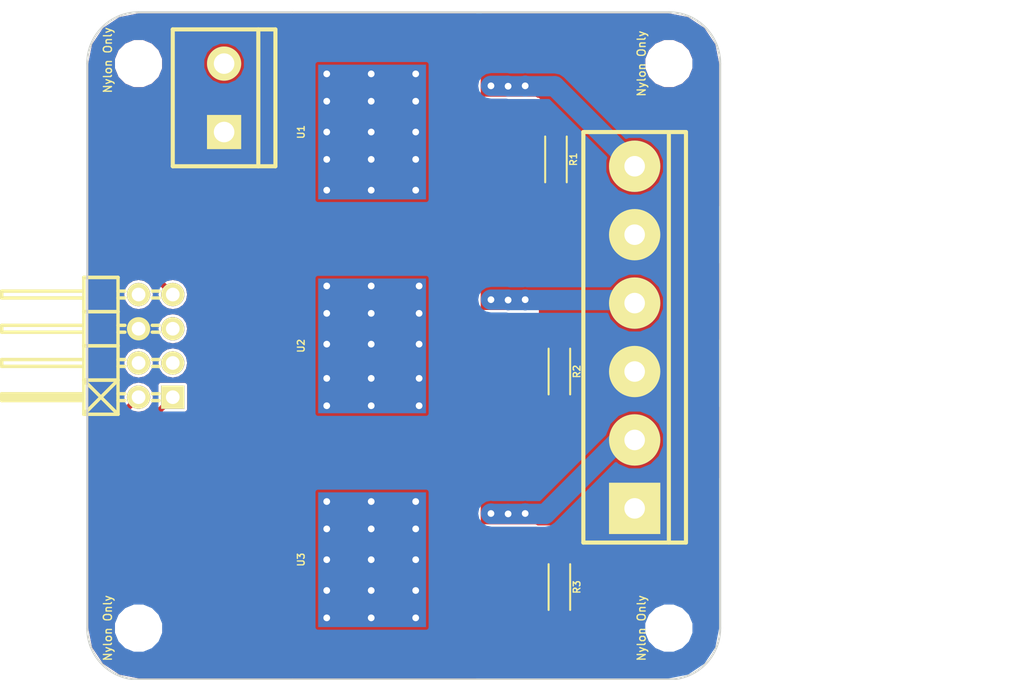
<source format=kicad_pcb>
(kicad_pcb (version 4) (host pcbnew "(2014-08-05 BZR 5054)-product")

  (general
    (links 25)
    (no_connects 0)
    (area 102.540999 76.632999 149.681001 126.313001)
    (thickness 1.6)
    (drawings 11)
    (tracks 187)
    (zones 0)
    (modules 13)
    (nets 12)
  )

  (page A4)
  (layers
    (0 F.Cu signal)
    (31 B.Cu signal)
    (32 B.Adhes user hide)
    (33 F.Adhes user hide)
    (34 B.Paste user)
    (35 F.Paste user)
    (36 B.SilkS user hide)
    (37 F.SilkS user hide)
    (38 B.Mask user)
    (39 F.Mask user)
    (40 Dwgs.User user)
    (41 Cmts.User user)
    (42 Eco1.User user)
    (43 Eco2.User user)
    (44 Edge.Cuts user)
    (45 Margin user)
    (46 B.CrtYd user)
    (47 F.CrtYd user)
    (48 B.Fab user)
    (49 F.Fab user)
  )

  (setup
    (last_trace_width 0.4318)
    (user_trace_width 0.4)
    (user_trace_width 1)
    (user_trace_width 1.5)
    (user_trace_width 1.7)
    (trace_clearance 0.2)
    (zone_clearance 0)
    (zone_45_only yes)
    (trace_min 0.2)
    (segment_width 0.2)
    (edge_width 0.15)
    (via_size 1)
    (via_drill 0.5)
    (via_min_size 0.889)
    (via_min_drill 0.3)
    (uvia_size 0.508)
    (uvia_drill 0.127)
    (uvias_allowed no)
    (uvia_min_size 0.508)
    (uvia_min_drill 0.127)
    (pcb_text_width 0.3)
    (pcb_text_size 1.5 1.5)
    (mod_edge_width 0.15)
    (mod_text_size 0.5 0.5)
    (mod_text_width 0.1)
    (pad_size 10 8)
    (pad_drill 0)
    (pad_to_mask_clearance 0.2)
    (aux_axis_origin 102.616 126.238)
    (grid_origin 102.616 126.238)
    (visible_elements FFFFFF7F)
    (pcbplotparams
      (layerselection 0x000f0_80000001)
      (usegerberextensions false)
      (excludeedgelayer true)
      (linewidth 0.150000)
      (plotframeref false)
      (viasonmask false)
      (mode 1)
      (useauxorigin false)
      (hpglpennumber 1)
      (hpglpenspeed 20)
      (hpglpendiameter 15)
      (hpglpenoverlay 2)
      (psnegative false)
      (psa4output false)
      (plotreference true)
      (plotvalue true)
      (plotinvisibletext false)
      (padsonsilk false)
      (subtractmaskfromsilk false)
      (outputformat 1)
      (mirror false)
      (drillshape 0)
      (scaleselection 1)
      (outputdirectory Out/))
  )

  (net 0 "")
  (net 1 GND)
  (net 2 /PWM1)
  (net 3 /PWM2)
  (net 4 /PWM0)
  (net 5 +24V)
  (net 6 "Net-(P3-Pad2)")
  (net 7 "Net-(P3-Pad6)")
  (net 8 "Net-(R1-Pad1)")
  (net 9 "Net-(R2-Pad1)")
  (net 10 "Net-(R3-Pad1)")
  (net 11 "Net-(P3-Pad4)")

  (net_class Default "This is the default net class."
    (clearance 0.2)
    (trace_width 0.4318)
    (via_dia 1)
    (via_drill 0.5)
    (uvia_dia 0.508)
    (uvia_drill 0.127)
    (add_net +24V)
    (add_net /PWM0)
    (add_net /PWM1)
    (add_net /PWM2)
    (add_net GND)
    (add_net "Net-(P3-Pad2)")
    (add_net "Net-(P3-Pad4)")
    (add_net "Net-(P3-Pad6)")
    (add_net "Net-(R1-Pad1)")
    (add_net "Net-(R2-Pad1)")
    (add_net "Net-(R3-Pad1)")
  )

  (module Pin_Headers:Pin_Header_Angled_2x04 (layer F.Cu) (tedit 53F627CA) (tstamp 53F627A1)
    (at 107.696 101.473 90)
    (descr "1 pin")
    (tags "CONN DEV")
    (path /53F628B1)
    (fp_text reference P1 (at 0 3.81 90) (layer F.SilkS) hide
      (effects (font (size 1.27 1.27) (thickness 0.2032)))
    )
    (fp_text value CONN_4X2 (at 0 0 90) (layer F.SilkS) hide
      (effects (font (size 1.27 1.27) (thickness 0.2032)))
    )
    (fp_line (start 4.064 -0.254) (end 4.064 0.254) (layer F.SilkS) (width 0.254))
    (fp_line (start 3.556 -0.254) (end 3.556 0.254) (layer F.SilkS) (width 0.254))
    (fp_line (start 1.524 -0.254) (end 1.524 0.254) (layer F.SilkS) (width 0.254))
    (fp_line (start 1.016 -0.254) (end 1.016 0.254) (layer F.SilkS) (width 0.254))
    (fp_line (start -1.016 -0.254) (end -1.016 0.254) (layer F.SilkS) (width 0.254))
    (fp_line (start -1.524 -0.254) (end -1.524 0.254) (layer F.SilkS) (width 0.254))
    (fp_line (start -3.556 -0.254) (end -3.556 0.254) (layer F.SilkS) (width 0.254))
    (fp_line (start -4.064 -0.254) (end -4.064 0.254) (layer F.SilkS) (width 0.254))
    (fp_line (start -4.064 -2.794) (end -4.064 -2.286) (layer F.SilkS) (width 0.254))
    (fp_line (start -3.556 -2.794) (end -3.556 -2.286) (layer F.SilkS) (width 0.254))
    (fp_line (start -1.524 -2.794) (end -1.524 -2.286) (layer F.SilkS) (width 0.254))
    (fp_line (start -1.016 -2.794) (end -1.016 -2.286) (layer F.SilkS) (width 0.254))
    (fp_line (start 4.064 -2.794) (end 4.064 -2.286) (layer F.SilkS) (width 0.254))
    (fp_line (start 3.556 -2.794) (end 3.556 -2.286) (layer F.SilkS) (width 0.254))
    (fp_line (start 1.524 -2.794) (end 1.524 -2.286) (layer F.SilkS) (width 0.254))
    (fp_line (start 1.016 -2.794) (end 1.016 -2.286) (layer F.SilkS) (width 0.254))
    (fp_line (start -5.08 -2.794) (end -2.54 -5.334) (layer F.SilkS) (width 0.254))
    (fp_line (start -5.08 -5.334) (end -2.54 -2.794) (layer F.SilkS) (width 0.254))
    (fp_line (start -3.937 -5.334) (end -3.937 -11.303) (layer F.SilkS) (width 0.254))
    (fp_line (start -3.937 -11.303) (end -3.683 -11.303) (layer F.SilkS) (width 0.254))
    (fp_line (start -3.683 -11.303) (end -3.683 -5.461) (layer F.SilkS) (width 0.254))
    (fp_line (start -3.683 -5.461) (end -3.81 -5.461) (layer F.SilkS) (width 0.254))
    (fp_line (start -3.81 -5.461) (end -3.81 -11.303) (layer F.SilkS) (width 0.254))
    (fp_line (start 5.08 -2.794) (end 5.08 -5.334) (layer F.SilkS) (width 0.254))
    (fp_line (start 0 -2.794) (end 0 -5.334) (layer F.SilkS) (width 0.254))
    (fp_line (start 0 -2.794) (end 2.54 -2.794) (layer F.SilkS) (width 0.254))
    (fp_line (start 2.54 -2.794) (end 2.54 -5.334) (layer F.SilkS) (width 0.254))
    (fp_line (start 1.016 -5.334) (end 1.016 -11.43) (layer F.SilkS) (width 0.254))
    (fp_line (start 1.016 -11.43) (end 1.524 -11.43) (layer F.SilkS) (width 0.254))
    (fp_line (start 1.524 -11.43) (end 1.524 -5.334) (layer F.SilkS) (width 0.254))
    (fp_line (start 2.54 -5.334) (end 0 -5.334) (layer F.SilkS) (width 0.254))
    (fp_line (start 5.08 -5.334) (end 2.54 -5.334) (layer F.SilkS) (width 0.254))
    (fp_line (start 4.064 -11.43) (end 4.064 -5.334) (layer F.SilkS) (width 0.254))
    (fp_line (start 3.556 -11.43) (end 4.064 -11.43) (layer F.SilkS) (width 0.254))
    (fp_line (start 3.556 -5.334) (end 3.556 -11.43) (layer F.SilkS) (width 0.254))
    (fp_line (start 5.08 -2.794) (end 5.08 -5.334) (layer F.SilkS) (width 0.254))
    (fp_line (start 2.54 -2.794) (end 5.08 -2.794) (layer F.SilkS) (width 0.254))
    (fp_line (start 2.54 -2.794) (end 2.54 -5.334) (layer F.SilkS) (width 0.254))
    (fp_line (start -2.54 -2.794) (end -2.54 -5.334) (layer F.SilkS) (width 0.254))
    (fp_line (start -2.54 -2.794) (end 0 -2.794) (layer F.SilkS) (width 0.254))
    (fp_line (start 0 -2.794) (end 0 -5.334) (layer F.SilkS) (width 0.254))
    (fp_line (start -1.524 -5.334) (end -1.524 -11.43) (layer F.SilkS) (width 0.254))
    (fp_line (start -1.524 -11.43) (end -1.016 -11.43) (layer F.SilkS) (width 0.254))
    (fp_line (start -1.016 -11.43) (end -1.016 -5.334) (layer F.SilkS) (width 0.254))
    (fp_line (start 0 -5.334) (end -2.54 -5.334) (layer F.SilkS) (width 0.254))
    (fp_line (start -2.54 -5.334) (end -5.08 -5.334) (layer F.SilkS) (width 0.254))
    (fp_line (start -3.556 -11.43) (end -3.556 -5.334) (layer F.SilkS) (width 0.254))
    (fp_line (start -4.064 -11.43) (end -3.556 -11.43) (layer F.SilkS) (width 0.254))
    (fp_line (start -4.064 -5.334) (end -4.064 -11.43) (layer F.SilkS) (width 0.254))
    (fp_line (start -2.54 -2.794) (end -2.54 -5.334) (layer F.SilkS) (width 0.254))
    (fp_line (start -5.08 -2.794) (end -2.54 -2.794) (layer F.SilkS) (width 0.254))
    (fp_line (start -5.08 -2.794) (end -5.08 -5.334) (layer F.SilkS) (width 0.254))
    (pad 1 thru_hole rect (at -3.81 1.27 90) (size 1.7272 1.7272) (drill 1.016) (layers *.Cu *.Mask F.SilkS)
      (net 2 /PWM1))
    (pad 2 thru_hole oval (at -3.81 -1.27 90) (size 1.7272 1.7272) (drill 1.016) (layers *.Cu *.Mask F.SilkS)
      (net 3 /PWM2))
    (pad 3 thru_hole oval (at -1.27 1.27 90) (size 1.7272 1.7272) (drill 1.016) (layers *.Cu *.Mask F.SilkS))
    (pad 4 thru_hole oval (at -1.27 -1.27 90) (size 1.7272 1.7272) (drill 1.016) (layers *.Cu *.Mask F.SilkS))
    (pad 5 thru_hole oval (at 1.27 1.27 90) (size 1.7272 1.7272) (drill 1.016) (layers *.Cu *.Mask F.SilkS))
    (pad 6 thru_hole oval (at 1.27 -1.27 90) (size 1.7272 1.7272) (drill 1.016) (layers *.Cu *.Mask F.SilkS)
      (net 1 GND))
    (pad 7 thru_hole oval (at 3.81 1.27 90) (size 1.7272 1.7272) (drill 1.016) (layers *.Cu *.Mask F.SilkS)
      (net 4 /PWM0))
    (pad 8 thru_hole oval (at 3.81 -1.27 90) (size 1.7272 1.7272) (drill 1.016) (layers *.Cu *.Mask F.SilkS))
    (model Pin_Headers/Pin_Header_Angled_2x04.wrl
      (at (xyz 0 0 0))
      (scale (xyz 1 1 1))
      (rotate (xyz 0 0 0))
    )
  )

  (module Connect:bornier2 (layer F.Cu) (tedit 53F627E3) (tstamp 53F627AC)
    (at 112.776 83.058 90)
    (descr "Bornier d'alimentation 2 pins")
    (tags DEV)
    (path /53F629AD)
    (fp_text reference P2 (at 0 -5.08 90) (layer F.SilkS) hide
      (effects (font (thickness 0.3048)))
    )
    (fp_text value CONN_2 (at 0 5.08 90) (layer F.SilkS) hide
      (effects (font (thickness 0.3048)))
    )
    (fp_line (start 5.08 2.54) (end -5.08 2.54) (layer F.SilkS) (width 0.3048))
    (fp_line (start 5.08 3.81) (end 5.08 -3.81) (layer F.SilkS) (width 0.3048))
    (fp_line (start 5.08 -3.81) (end -5.08 -3.81) (layer F.SilkS) (width 0.3048))
    (fp_line (start -5.08 -3.81) (end -5.08 3.81) (layer F.SilkS) (width 0.3048))
    (fp_line (start -5.08 3.81) (end 5.08 3.81) (layer F.SilkS) (width 0.3048))
    (pad 1 thru_hole rect (at -2.54 0 90) (size 2.54 2.54) (drill 1.524) (layers *.Cu *.Mask F.SilkS)
      (net 1 GND))
    (pad 2 thru_hole circle (at 2.54 0 90) (size 2.54 2.54) (drill 1.524) (layers *.Cu *.Mask F.SilkS)
      (net 5 +24V))
    (model Device/bornier_2.wrl
      (at (xyz 0 0 0))
      (scale (xyz 1 1 1))
      (rotate (xyz 0 0 0))
    )
  )

  (module Connect:bornier6 (layer F.Cu) (tedit 53F627D9) (tstamp 53F627BB)
    (at 143.256 100.838 90)
    (descr "Bornier d'alimentation 4 pins")
    (tags DEV)
    (path /53F63642)
    (fp_text reference P3 (at 1.27 -7.62 90) (layer F.SilkS) hide
      (effects (font (size 2.6162 1.59766) (thickness 0.3048)))
    )
    (fp_text value CONN_6 (at 0 7.62 90) (layer F.SilkS) hide
      (effects (font (size 3.05054 2.0955) (thickness 0.3048)))
    )
    (fp_line (start -15.24 -3.81) (end -15.24 3.81) (layer F.SilkS) (width 0.3048))
    (fp_line (start 15.24 3.81) (end 15.24 -3.81) (layer F.SilkS) (width 0.3048))
    (fp_line (start -15.24 2.54) (end 15.24 2.54) (layer F.SilkS) (width 0.3048))
    (fp_line (start -15.24 -3.81) (end 15.24 -3.81) (layer F.SilkS) (width 0.3048))
    (fp_line (start -15.24 3.81) (end 15.24 3.81) (layer F.SilkS) (width 0.3048))
    (pad 2 thru_hole circle (at -7.62 0 90) (size 3.81 3.81) (drill 1.524) (layers *.Cu *.Mask F.SilkS)
      (net 6 "Net-(P3-Pad2)"))
    (pad 3 thru_hole circle (at -2.54 0 90) (size 3.81 3.81) (drill 1.524) (layers *.Cu *.Mask F.SilkS)
      (net 1 GND))
    (pad 1 thru_hole rect (at -12.7 0 90) (size 3.81 3.81) (drill 1.524) (layers *.Cu *.Mask F.SilkS)
      (net 1 GND))
    (pad 4 thru_hole circle (at 2.54 0 90) (size 3.81 3.81) (drill 1.524) (layers *.Cu *.Mask F.SilkS)
      (net 11 "Net-(P3-Pad4)"))
    (pad 5 thru_hole circle (at 7.62 0 90) (size 3.81 3.81) (drill 1.524) (layers *.Cu *.Mask F.SilkS)
      (net 1 GND))
    (pad 6 thru_hole circle (at 12.7 0 90) (size 3.81 3.81) (drill 1.524) (layers *.Cu *.Mask F.SilkS)
      (net 7 "Net-(P3-Pad6)"))
    (model Device/bornier_6.wrl
      (at (xyz 0 0 0))
      (scale (xyz 1 1 1))
      (rotate (xyz 0 0 0))
    )
  )

  (module Resistors_SMD:R_0805_HandSoldering (layer F.Cu) (tedit 53F62752) (tstamp 53F62E1A)
    (at 137.414 87.63 270)
    (descr "Resistor, SMD, 0805, Hand soldering,")
    (tags "Resistor, SMD, 0805, Hand soldering,")
    (path /53F62CD9)
    (attr smd)
    (fp_text reference R1 (at 0 -1.3 270) (layer F.SilkS)
      (effects (font (size 0.5 0.5) (thickness 0.1)))
    )
    (fp_text value 1k (at 0 1.3 270) (layer F.SilkS) hide
      (effects (font (size 0.5 0.5) (thickness 0.1)))
    )
    (fp_line (start -1.7 0.8) (end 1.7 0.8) (layer F.SilkS) (width 0.15))
    (fp_line (start -1.7 -0.8) (end 1.7 -0.8) (layer F.SilkS) (width 0.15))
    (fp_circle (center 0 0) (end 0.15 0) (layer F.Adhes) (width 0.3))
    (pad 1 smd rect (at -1.30048 0 270) (size 1.50114 1.19888) (layers F.Cu F.Paste F.Mask)
      (net 8 "Net-(R1-Pad1)"))
    (pad 2 smd rect (at 1.30048 0 270) (size 1.50114 1.19888) (layers F.Cu F.Paste F.Mask)
      (net 1 GND))
  )

  (module Resistors_SMD:R_0805_HandSoldering (layer F.Cu) (tedit 53F62752) (tstamp 53F627CD)
    (at 137.668 103.378 270)
    (descr "Resistor, SMD, 0805, Hand soldering,")
    (tags "Resistor, SMD, 0805, Hand soldering,")
    (path /53F62DDB)
    (attr smd)
    (fp_text reference R2 (at 0 -1.3 270) (layer F.SilkS)
      (effects (font (size 0.5 0.5) (thickness 0.1)))
    )
    (fp_text value 1k (at 0 1.3 270) (layer F.SilkS) hide
      (effects (font (size 0.5 0.5) (thickness 0.1)))
    )
    (fp_line (start -1.7 0.8) (end 1.7 0.8) (layer F.SilkS) (width 0.15))
    (fp_line (start -1.7 -0.8) (end 1.7 -0.8) (layer F.SilkS) (width 0.15))
    (fp_circle (center 0 0) (end 0.15 0) (layer F.Adhes) (width 0.3))
    (pad 1 smd rect (at -1.30048 0 270) (size 1.50114 1.19888) (layers F.Cu F.Paste F.Mask)
      (net 9 "Net-(R2-Pad1)"))
    (pad 2 smd rect (at 1.30048 0 270) (size 1.50114 1.19888) (layers F.Cu F.Paste F.Mask)
      (net 1 GND))
  )

  (module Resistors_SMD:R_0805_HandSoldering (layer F.Cu) (tedit 53F62752) (tstamp 53F627D6)
    (at 137.668 119.38 270)
    (descr "Resistor, SMD, 0805, Hand soldering,")
    (tags "Resistor, SMD, 0805, Hand soldering,")
    (path /53F62E78)
    (attr smd)
    (fp_text reference R3 (at 0 -1.3 270) (layer F.SilkS)
      (effects (font (size 0.5 0.5) (thickness 0.1)))
    )
    (fp_text value 1k (at 0 1.3 270) (layer F.SilkS) hide
      (effects (font (size 0.5 0.5) (thickness 0.1)))
    )
    (fp_line (start -1.7 0.8) (end 1.7 0.8) (layer F.SilkS) (width 0.15))
    (fp_line (start -1.7 -0.8) (end 1.7 -0.8) (layer F.SilkS) (width 0.15))
    (fp_circle (center 0 0) (end 0.15 0) (layer F.Adhes) (width 0.3))
    (pad 1 smd rect (at -1.30048 0 270) (size 1.50114 1.19888) (layers F.Cu F.Paste F.Mask)
      (net 10 "Net-(R3-Pad1)"))
    (pad 2 smd rect (at 1.30048 0 270) (size 1.50114 1.19888) (layers F.Cu F.Paste F.Mask)
      (net 1 GND))
  )

  (module Local:MountingHole_3-1mm (layer F.Cu) (tedit 53EE379B) (tstamp 53EE30DF)
    (at 145.796 80.518)
    (descr "Mounting hole, Befestigungsbohrung, 3,5mm, No Annular, Kein Restring,")
    (tags "Mounting hole, Befestigungsbohrung, 3,5mm, No Annular, Kein Restring,")
    (fp_text reference "Nylon Only" (at -2.032 0 90) (layer F.SilkS)
      (effects (font (size 0.6 0.6) (thickness 0.1)))
    )
    (fp_text value 3-1mm (at 0 2.159) (layer F.SilkS) hide
      (effects (font (size 0.6 0.6) (thickness 0.1)))
    )
    (pad "" np_thru_hole circle (at 0 0) (size 3.1 3.1) (drill 3.1) (layers *.Cu)
      (zone_connect 0))
  )

  (module Local:MountingHole_3-1mm (layer F.Cu) (tedit 53F62FCB) (tstamp 53EE30E8)
    (at 106.426 80.518)
    (descr "Mounting hole, Befestigungsbohrung, 3,5mm, No Annular, Kein Restring,")
    (tags "Mounting hole, Befestigungsbohrung, 3,5mm, No Annular, Kein Restring,")
    (fp_text reference "Nylon Only" (at -2.286 -0.254 90) (layer F.SilkS)
      (effects (font (size 0.6 0.6) (thickness 0.1)))
    )
    (fp_text value 3-1mm (at 0 2.159) (layer F.SilkS) hide
      (effects (font (size 0.6 0.6) (thickness 0.1)))
    )
    (pad "" np_thru_hole circle (at 0 0) (size 3.1 3.1) (drill 3.1) (layers *.Cu)
      (zone_connect 0))
  )

  (module Local:MountingHole_3-1mm (layer F.Cu) (tedit 53F62FD3) (tstamp 53EE30F1)
    (at 106.426 122.428)
    (descr "Mounting hole, Befestigungsbohrung, 3,5mm, No Annular, Kein Restring,")
    (tags "Mounting hole, Befestigungsbohrung, 3,5mm, No Annular, Kein Restring,")
    (fp_text reference "Nylon Only" (at -2.286 0 90) (layer F.SilkS)
      (effects (font (size 0.6 0.6) (thickness 0.1)))
    )
    (fp_text value 3-1mm (at 0 2.159) (layer F.SilkS) hide
      (effects (font (size 0.6 0.6) (thickness 0.1)))
    )
    (pad "" np_thru_hole circle (at 0 0) (size 3.1 3.1) (drill 3.1) (layers *.Cu)
      (zone_connect 0))
  )

  (module Local:MountingHole_3-1mm (layer F.Cu) (tedit 53EE37A1) (tstamp 53EE30FA)
    (at 145.796 122.428)
    (descr "Mounting hole, Befestigungsbohrung, 3,5mm, No Annular, Kein Restring,")
    (tags "Mounting hole, Befestigungsbohrung, 3,5mm, No Annular, Kein Restring,")
    (fp_text reference "Nylon Only" (at -2.032 0 90) (layer F.SilkS)
      (effects (font (size 0.6 0.6) (thickness 0.1)))
    )
    (fp_text value 3-1mm (at 0 2.159) (layer F.SilkS) hide
      (effects (font (size 0.6 0.6) (thickness 0.1)))
    )
    (pad "" np_thru_hole circle (at 0 0) (size 3.1 3.1) (drill 3.1) (layers *.Cu)
      (zone_connect 0))
  )

  (module Local:P²PAK (layer F.Cu) (tedit 53F63AD8) (tstamp 53F62D41)
    (at 119.761 117.348 90)
    (path /53F62C17)
    (fp_text reference U3 (at 0 -1.27 90) (layer F.SilkS)
      (effects (font (size 0.5 0.5) (thickness 0.1)))
    )
    (fp_text value VN9205-e (at 0 17.78 90) (layer F.SilkS) hide
      (effects (font (size 0.5 0.5) (thickness 0.1)))
    )
    (pad 3 smd rect (at 0 4 90) (size 10 8) (layers F.Cu F.Paste F.Mask)
      (net 5 +24V))
    (pad 1 smd rect (at -3.4 14.1 90) (size 1.45 4) (layers F.Cu F.Paste F.Mask)
      (net 1 GND))
    (pad 2 smd rect (at -1.7 14.1 90) (size 1.45 4) (layers F.Cu F.Paste F.Mask)
      (net 3 /PWM2))
    (pad 4 smd rect (at 1.7 14.1 90) (size 1.45 4) (layers F.Cu F.Paste F.Mask)
      (net 10 "Net-(R3-Pad1)"))
    (pad 5 smd rect (at 3.4 14.1 90) (size 1.45 4) (layers F.Cu F.Paste F.Mask)
      (net 6 "Net-(P3-Pad2)"))
    (pad 3 smd rect (at 0 4 90) (size 10 8) (layers B.Cu)
      (net 5 +24V))
  )

  (module Local:P²PAK (layer F.Cu) (tedit 53F63AD3) (tstamp 53F62D38)
    (at 119.761 101.473 90)
    (path /53F62B9F)
    (fp_text reference U2 (at 0 -1.27 90) (layer F.SilkS)
      (effects (font (size 0.5 0.5) (thickness 0.1)))
    )
    (fp_text value VN9205-e (at 0 17.78 90) (layer F.SilkS) hide
      (effects (font (size 0.5 0.5) (thickness 0.1)))
    )
    (pad 3 smd rect (at 0 4 90) (size 10 8) (layers F.Cu F.Paste F.Mask)
      (net 5 +24V))
    (pad 1 smd rect (at -3.4 14.1 90) (size 1.45 4) (layers F.Cu F.Paste F.Mask)
      (net 1 GND))
    (pad 2 smd rect (at -1.7 14.1 90) (size 1.45 4) (layers F.Cu F.Paste F.Mask)
      (net 2 /PWM1))
    (pad 4 smd rect (at 1.7 14.1 90) (size 1.45 4) (layers F.Cu F.Paste F.Mask)
      (net 9 "Net-(R2-Pad1)"))
    (pad 5 smd rect (at 3.4 14.1 90) (size 1.45 4) (layers F.Cu F.Paste F.Mask)
      (net 11 "Net-(P3-Pad4)"))
    (pad 3 smd rect (at 0 4 90) (size 10 8) (layers B.Cu)
      (net 5 +24V))
  )

  (module Local:P²PAK (layer F.Cu) (tedit 53F63ACD) (tstamp 53F62D2F)
    (at 119.761 85.598 90)
    (path /53F62B7D)
    (fp_text reference U1 (at 0 -1.27 90) (layer F.SilkS)
      (effects (font (size 0.5 0.5) (thickness 0.1)))
    )
    (fp_text value VN9205-e (at 0 17.78 90) (layer F.SilkS) hide
      (effects (font (size 0.5 0.5) (thickness 0.1)))
    )
    (pad 3 smd rect (at 0 4 90) (size 10 8) (layers F.Cu F.Paste F.Mask)
      (net 5 +24V))
    (pad 1 smd rect (at -3.4 14.1 90) (size 1.45 4) (layers F.Cu F.Paste F.Mask)
      (net 1 GND))
    (pad 2 smd rect (at -1.7 14.1 90) (size 1.45 4) (layers F.Cu F.Paste F.Mask)
      (net 4 /PWM0))
    (pad 4 smd rect (at 1.7 14.1 90) (size 1.45 4) (layers F.Cu F.Paste F.Mask)
      (net 8 "Net-(R1-Pad1)"))
    (pad 5 smd rect (at 3.4 14.1 90) (size 1.45 4) (layers F.Cu F.Paste F.Mask)
      (net 7 "Net-(P3-Pad6)"))
    (pad 3 smd rect (at 0 4 90) (size 10 8) (layers B.Cu)
      (net 5 +24V))
  )

  (gr_line (start 106.426 126.238) (end 117.856 126.238) (angle 90) (layer Edge.Cuts) (width 0.15))
  (gr_line (start 102.616 80.518) (end 102.616 122.428) (angle 90) (layer Edge.Cuts) (width 0.15))
  (gr_line (start 117.856 76.708) (end 106.426 76.708) (angle 90) (layer Edge.Cuts) (width 0.15))
  (gr_arc (start 106.426 80.518) (end 102.616 80.518) (angle 90) (layer Edge.Cuts) (width 0.15))
  (gr_arc (start 106.426 122.428) (end 106.426 126.238) (angle 90) (layer Edge.Cuts) (width 0.15))
  (gr_line (start 145.796 76.708) (end 117.856 76.708) (angle 90) (layer Edge.Cuts) (width 0.15))
  (gr_line (start 145.796 126.238) (end 117.856 126.238) (angle 90) (layer Edge.Cuts) (width 0.15))
  (gr_line (start 149.606 122.428) (end 149.606 80.518) (angle 90) (layer Edge.Cuts) (width 0.15))
  (gr_arc (start 145.796 122.428) (end 149.606 122.428) (angle 90) (layer Edge.Cuts) (width 0.15))
  (gr_arc (start 145.796 80.518) (end 145.796 76.708) (angle 90) (layer Edge.Cuts) (width 0.15))
  (dimension 49.53 (width 0.3) (layer Dwgs.User)
    (gr_text "49.530 mm" (at 169.498 100.711 270) (layer Dwgs.User)
      (effects (font (size 1.5 1.5) (thickness 0.3)))
    )
    (feature1 (pts (xy 162.306 125.476) (xy 170.848 125.476)))
    (feature2 (pts (xy 162.306 75.946) (xy 170.848 75.946)))
    (crossbar (pts (xy 168.148 75.946) (xy 168.148 125.476)))
    (arrow1a (pts (xy 168.148 125.476) (xy 167.561579 124.349496)))
    (arrow1b (pts (xy 168.148 125.476) (xy 168.734421 124.349496)))
    (arrow2a (pts (xy 168.148 75.946) (xy 167.561579 77.072504)))
    (arrow2b (pts (xy 168.148 75.946) (xy 168.734421 77.072504)))
  )

  (segment (start 137.414 88.93048) (end 138.96848 88.93048) (width 0.4318) (layer F.Cu) (net 1))
  (segment (start 138.96848 88.93048) (end 143.256 93.218) (width 0.4318) (layer F.Cu) (net 1) (tstamp 53F62F93))
  (segment (start 137.668 120.68048) (end 139.16152 120.68048) (width 0.4318) (layer F.Cu) (net 1))
  (segment (start 139.16152 120.68048) (end 143.256 116.586) (width 0.4318) (layer F.Cu) (net 1) (tstamp 53F62F8E))
  (segment (start 143.256 116.586) (end 143.256 113.538) (width 0.4318) (layer F.Cu) (net 1) (tstamp 53F62F8F))
  (segment (start 137.668 104.67848) (end 141.95552 104.67848) (width 0.4318) (layer F.Cu) (net 1))
  (segment (start 141.95552 104.67848) (end 143.256 103.378) (width 0.4318) (layer F.Cu) (net 1) (tstamp 53F62F8B))
  (segment (start 133.861 120.748) (end 139.094 120.748) (width 1.5) (layer F.Cu) (net 1))
  (segment (start 143.256 116.586) (end 143.256 113.538) (width 1.5) (layer F.Cu) (net 1) (tstamp 53F62DA2))
  (segment (start 139.094 120.748) (end 143.256 116.586) (width 1.5) (layer F.Cu) (net 1) (tstamp 53F62D9E))
  (segment (start 133.861 104.873) (end 141.761 104.873) (width 1.5) (layer F.Cu) (net 1))
  (segment (start 141.761 104.873) (end 143.256 103.378) (width 1.5) (layer F.Cu) (net 1) (tstamp 53F62D8D))
  (segment (start 133.861 88.998) (end 139.036 88.998) (width 1.5) (layer F.Cu) (net 1))
  (segment (start 139.036 88.998) (end 143.256 93.218) (width 1.5) (layer F.Cu) (net 1) (tstamp 53F62D89))
  (segment (start 133.861 103.173) (end 131.777 103.173) (width 0.4318) (layer F.Cu) (net 2))
  (segment (start 104.902 109.347) (end 108.966 105.283) (width 0.4318) (layer F.Cu) (net 2) (tstamp 53F62F6D))
  (segment (start 104.902 117.094) (end 104.902 109.347) (width 0.4318) (layer F.Cu) (net 2) (tstamp 53F62F69))
  (segment (start 112.144198 124.336198) (end 104.902 117.094) (width 0.4318) (layer F.Cu) (net 2) (tstamp 53F62F65))
  (segment (start 130.2943 124.336198) (end 112.144198 124.336198) (width 0.4318) (layer F.Cu) (net 2) (tstamp 53F62F5F))
  (segment (start 130.686198 123.9443) (end 130.2943 124.336198) (width 0.4318) (layer F.Cu) (net 2) (tstamp 53F62F55))
  (segment (start 130.686198 119.6263) (end 130.686198 123.9443) (width 0.4318) (layer F.Cu) (net 2) (tstamp 53F62F54))
  (segment (start 131.318 118.994498) (end 130.686198 119.6263) (width 0.4318) (layer F.Cu) (net 2) (tstamp 53F62F51))
  (segment (start 131.318 103.632) (end 131.318 118.994498) (width 0.4318) (layer F.Cu) (net 2) (tstamp 53F62F50))
  (segment (start 131.777 103.173) (end 131.318 103.632) (width 0.4318) (layer F.Cu) (net 2) (tstamp 53F62F4D))
  (segment (start 132.031 103.173) (end 133.861 103.173) (width 0.4318) (layer F.Cu) (net 2) (tstamp 53F62EE7))
  (segment (start 133.861 119.048) (end 132.158 119.048) (width 0.4318) (layer F.Cu) (net 3))
  (segment (start 132.158 119.048) (end 131.318 119.888) (width 0.4318) (layer F.Cu) (net 3) (tstamp 53F62F3D))
  (segment (start 131.318 119.888) (end 131.318 124.206) (width 0.4318) (layer F.Cu) (net 3) (tstamp 53F62F41))
  (segment (start 131.318 124.206) (end 130.556 124.968) (width 0.4318) (layer F.Cu) (net 3) (tstamp 53F62F42))
  (segment (start 130.556 124.968) (end 105.156 124.968) (width 0.4318) (layer F.Cu) (net 3) (tstamp 53F62F43))
  (segment (start 105.156 124.968) (end 103.886 123.698) (width 0.4318) (layer F.Cu) (net 3) (tstamp 53F62F45))
  (segment (start 103.886 123.698) (end 103.886 107.823) (width 0.4318) (layer F.Cu) (net 3) (tstamp 53F62F47))
  (segment (start 103.886 107.823) (end 106.426 105.283) (width 0.4318) (layer F.Cu) (net 3) (tstamp 53F62F49))
  (segment (start 133.861 87.298) (end 133.272 87.298) (width 0.4318) (layer F.Cu) (net 4))
  (segment (start 133.272 87.298) (end 131.318 85.344) (width 0.4318) (layer F.Cu) (net 4) (tstamp 53F62F1F))
  (segment (start 103.886 92.583) (end 108.966 97.663) (width 0.4318) (layer F.Cu) (net 4) (tstamp 53F62F2C))
  (segment (start 103.886 79.502) (end 103.886 92.583) (width 0.4318) (layer F.Cu) (net 4) (tstamp 53F62F2A))
  (segment (start 105.41 77.978) (end 103.886 79.502) (width 0.4318) (layer F.Cu) (net 4) (tstamp 53F62F28))
  (segment (start 131.064 77.978) (end 105.41 77.978) (width 0.4318) (layer F.Cu) (net 4) (tstamp 53F62F25))
  (segment (start 131.318 78.232) (end 131.064 77.978) (width 0.4318) (layer F.Cu) (net 4) (tstamp 53F62F24))
  (segment (start 131.318 85.344) (end 131.318 78.232) (width 0.4318) (layer F.Cu) (net 4) (tstamp 53F62F21))
  (segment (start 123.761 117.348) (end 123.698 117.348) (width 0.4318) (layer F.Cu) (net 5) (status C00000))
  (via (at 123.698 117.348) (size 1) (layers F.Cu B.Cu) (net 5) (status C00000))
  (segment (start 123.698 117.348) (end 120.396 117.348) (width 0.4318) (layer B.Cu) (net 5) (tstamp 53F63A69) (status C00000))
  (via (at 120.396 117.348) (size 1) (layers F.Cu B.Cu) (net 5) (status C00000))
  (segment (start 120.396 117.348) (end 120.396 119.634) (width 0.4318) (layer F.Cu) (net 5) (tstamp 53F63A6E))
  (via (at 120.396 119.634) (size 1) (layers F.Cu B.Cu) (net 5))
  (segment (start 120.396 119.634) (end 123.698 119.634) (width 0.4318) (layer B.Cu) (net 5) (tstamp 53F63A72))
  (via (at 123.698 119.634) (size 1) (layers F.Cu B.Cu) (net 5))
  (segment (start 123.698 119.634) (end 127 119.634) (width 0.4318) (layer F.Cu) (net 5) (tstamp 53F63A75))
  (via (at 127 119.634) (size 1) (layers F.Cu B.Cu) (net 5))
  (segment (start 127 119.634) (end 127 121.666) (width 0.4318) (layer B.Cu) (net 5) (tstamp 53F63A78))
  (via (at 127 121.666) (size 1) (layers F.Cu B.Cu) (net 5) (status C00000))
  (segment (start 127 121.666) (end 123.698 121.666) (width 0.4318) (layer F.Cu) (net 5) (tstamp 53F63A7B) (status C00000))
  (via (at 123.698 121.666) (size 1) (layers F.Cu B.Cu) (net 5) (status C00000))
  (segment (start 123.698 121.666) (end 120.396 121.666) (width 0.4318) (layer B.Cu) (net 5) (tstamp 53F63A7E) (status C00000))
  (via (at 120.396 121.666) (size 1) (layers F.Cu B.Cu) (net 5) (status C00000))
  (segment (start 120.396 121.666) (end 124.714 117.348) (width 0.4318) (layer F.Cu) (net 5) (tstamp 53F63A81) (status C00000))
  (segment (start 124.714 117.348) (end 127 117.348) (width 0.4318) (layer F.Cu) (net 5) (tstamp 53F63A82) (status C00000))
  (via (at 127 117.348) (size 1) (layers F.Cu B.Cu) (net 5) (status C00000))
  (segment (start 127 117.348) (end 127 115.062) (width 0.4318) (layer B.Cu) (net 5) (tstamp 53F63A85) (status C00000))
  (via (at 127 115.062) (size 1) (layers F.Cu B.Cu) (net 5) (status C00000))
  (segment (start 127 115.062) (end 123.698 115.062) (width 0.4318) (layer F.Cu) (net 5) (tstamp 53F63A88) (status C00000))
  (via (at 123.698 115.062) (size 1) (layers F.Cu B.Cu) (net 5) (status C00000))
  (segment (start 123.698 115.062) (end 120.396 115.062) (width 0.4318) (layer B.Cu) (net 5) (tstamp 53F63A8B) (status C00000))
  (via (at 120.396 115.062) (size 1) (layers F.Cu B.Cu) (net 5) (status C00000))
  (segment (start 120.396 115.062) (end 120.396 113.03) (width 0.4318) (layer F.Cu) (net 5) (tstamp 53F63A8E) (status C00000))
  (via (at 120.396 113.03) (size 1) (layers F.Cu B.Cu) (net 5) (status C00000))
  (segment (start 120.396 113.03) (end 123.698 113.03) (width 0.4318) (layer B.Cu) (net 5) (tstamp 53F63A91) (status C00000))
  (via (at 123.698 113.03) (size 1) (layers F.Cu B.Cu) (net 5) (status C00000))
  (segment (start 123.698 113.03) (end 127 113.03) (width 0.4318) (layer F.Cu) (net 5) (tstamp 53F63A94) (status C00000))
  (via (at 127 113.03) (size 1) (layers F.Cu B.Cu) (net 5) (status C00000))
  (segment (start 127 113.03) (end 123.761 117.348) (width 0.4318) (layer B.Cu) (net 5) (tstamp 53F63A98) (status C00000))
  (segment (start 123.761 101.473) (end 123.761 101.409) (width 0.4318) (layer B.Cu) (net 5) (status C00000))
  (segment (start 123.761 101.409) (end 123.698 101.346) (width 0.4318) (layer B.Cu) (net 5) (tstamp 53F639E9) (status C00000))
  (via (at 123.698 101.346) (size 1) (layers F.Cu B.Cu) (net 5) (status C00000))
  (segment (start 123.698 101.346) (end 120.396 101.346) (width 0.4318) (layer F.Cu) (net 5) (tstamp 53F639EF))
  (via (at 120.396 101.346) (size 1) (layers F.Cu B.Cu) (net 5))
  (segment (start 120.396 101.346) (end 120.396 103.886) (width 0.4318) (layer B.Cu) (net 5) (tstamp 53F639F2))
  (via (at 120.396 103.886) (size 1) (layers F.Cu B.Cu) (net 5))
  (segment (start 120.396 103.886) (end 123.698 103.886) (width 0.4318) (layer F.Cu) (net 5) (tstamp 53F639F5))
  (via (at 123.698 103.886) (size 1) (layers F.Cu B.Cu) (net 5) (status C00000))
  (segment (start 123.698 103.886) (end 121.666 105.918) (width 0.4318) (layer B.Cu) (net 5) (tstamp 53F639F8) (status C00000))
  (segment (start 121.666 105.918) (end 120.396 105.918) (width 0.4318) (layer B.Cu) (net 5) (tstamp 53F639F9) (status C00000))
  (via (at 120.396 105.918) (size 1) (layers F.Cu B.Cu) (net 5) (status C00000))
  (segment (start 120.396 105.918) (end 123.698 105.918) (width 0.4318) (layer F.Cu) (net 5) (tstamp 53F639FB) (status C00000))
  (via (at 123.698 105.918) (size 1) (layers F.Cu B.Cu) (net 5) (status C00000))
  (segment (start 123.698 105.918) (end 127.254 105.918) (width 0.4318) (layer B.Cu) (net 5) (tstamp 53F639FE) (status C00000))
  (via (at 127.254 105.918) (size 1) (layers F.Cu B.Cu) (net 5) (status C00000))
  (segment (start 127.254 105.918) (end 127.254 103.886) (width 0.4318) (layer F.Cu) (net 5) (tstamp 53F63A01) (status C00000))
  (via (at 127.254 103.886) (size 1) (layers F.Cu B.Cu) (net 5) (status C00000))
  (segment (start 127.254 103.886) (end 127.254 101.346) (width 0.4318) (layer B.Cu) (net 5) (tstamp 53F63A04) (status C00000))
  (via (at 127.254 101.346) (size 1) (layers F.Cu B.Cu) (net 5) (status C00000))
  (segment (start 127.254 101.346) (end 127.254 99.06) (width 0.4318) (layer F.Cu) (net 5) (tstamp 53F63A07))
  (via (at 127.254 99.06) (size 1) (layers F.Cu B.Cu) (net 5))
  (segment (start 127.254 99.06) (end 123.698 99.06) (width 0.4318) (layer B.Cu) (net 5) (tstamp 53F63A0A))
  (via (at 123.698 99.06) (size 1) (layers F.Cu B.Cu) (net 5))
  (segment (start 123.698 99.06) (end 120.396 99.06) (width 0.4318) (layer F.Cu) (net 5) (tstamp 53F63A0D))
  (via (at 120.396 99.06) (size 1) (layers F.Cu B.Cu) (net 5))
  (segment (start 120.396 99.06) (end 120.396 97.028) (width 0.4318) (layer B.Cu) (net 5) (tstamp 53F63A10))
  (via (at 120.396 97.028) (size 1) (layers F.Cu B.Cu) (net 5) (status C00000))
  (segment (start 120.396 97.028) (end 123.698 97.028) (width 0.4318) (layer F.Cu) (net 5) (tstamp 53F63A13) (status C00000))
  (via (at 123.698 97.028) (size 1) (layers F.Cu B.Cu) (net 5) (status C00000))
  (segment (start 123.698 97.028) (end 127.254 97.028) (width 0.4318) (layer B.Cu) (net 5) (tstamp 53F63A16) (status C00000))
  (via (at 127.254 97.028) (size 1) (layers F.Cu B.Cu) (net 5) (status C00000))
  (segment (start 127.254 97.028) (end 123.761 101.473) (width 0.4318) (layer F.Cu) (net 5) (tstamp 53F63A1A) (status C00000))
  (segment (start 123.761 85.598) (end 123.761 86.551) (width 0.4318) (layer F.Cu) (net 5) (status C00000))
  (segment (start 123.761 86.551) (end 120.396 89.916) (width 0.4318) (layer F.Cu) (net 5) (tstamp 53F63997) (status C00000))
  (via (at 120.396 89.916) (size 1) (layers F.Cu B.Cu) (net 5) (status C00000))
  (segment (start 120.396 89.916) (end 123.698 89.916) (width 0.4318) (layer B.Cu) (net 5) (tstamp 53F63999) (status C00000))
  (via (at 123.698 89.916) (size 1) (layers F.Cu B.Cu) (net 5) (status C00000))
  (segment (start 123.698 89.916) (end 127 89.916) (width 0.4318) (layer F.Cu) (net 5) (tstamp 53F6399C) (status C00000))
  (via (at 127 89.916) (size 1) (layers F.Cu B.Cu) (net 5) (status C00000))
  (segment (start 127 89.916) (end 127 87.63) (width 0.4318) (layer B.Cu) (net 5) (tstamp 53F6399F) (status C00000))
  (via (at 127 87.63) (size 1) (layers F.Cu B.Cu) (net 5) (status C00000))
  (segment (start 127 87.63) (end 127 85.598) (width 0.4318) (layer F.Cu) (net 5) (tstamp 53F639A2) (status C00000))
  (via (at 127 85.598) (size 1) (layers F.Cu B.Cu) (net 5) (status C00000))
  (segment (start 127 85.598) (end 127 83.312) (width 0.4318) (layer B.Cu) (net 5) (tstamp 53F639A5))
  (via (at 127 83.312) (size 1) (layers F.Cu B.Cu) (net 5))
  (segment (start 127 83.312) (end 127 81.28) (width 0.4318) (layer F.Cu) (net 5) (tstamp 53F639A8))
  (via (at 127 81.28) (size 1) (layers F.Cu B.Cu) (net 5) (status C00000))
  (segment (start 127 81.28) (end 123.698 81.28) (width 0.4318) (layer B.Cu) (net 5) (tstamp 53F639AB) (status C00000))
  (via (at 123.698 81.28) (size 1) (layers F.Cu B.Cu) (net 5) (status C00000))
  (segment (start 123.698 81.28) (end 120.396 81.28) (width 0.4318) (layer F.Cu) (net 5) (tstamp 53F639AE) (status C00000))
  (via (at 120.396 81.28) (size 1) (layers F.Cu B.Cu) (net 5) (status C00000))
  (segment (start 120.396 81.28) (end 120.396 83.312) (width 0.4318) (layer B.Cu) (net 5) (tstamp 53F639B1) (status C00000))
  (via (at 120.396 83.312) (size 1) (layers F.Cu B.Cu) (net 5) (status C00000))
  (segment (start 120.396 83.312) (end 123.698 83.312) (width 0.4318) (layer F.Cu) (net 5) (tstamp 53F639B4) (status C00000))
  (via (at 123.698 83.312) (size 1) (layers F.Cu B.Cu) (net 5) (status C00000))
  (segment (start 123.698 83.312) (end 123.698 85.598) (width 0.4318) (layer B.Cu) (net 5) (tstamp 53F639B7) (status C00000))
  (via (at 123.698 85.598) (size 1) (layers F.Cu B.Cu) (net 5) (status C00000))
  (segment (start 123.698 85.598) (end 120.396 85.598) (width 0.4318) (layer F.Cu) (net 5) (tstamp 53F639BA) (status C00000))
  (via (at 120.396 85.598) (size 1) (layers F.Cu B.Cu) (net 5) (status C00000))
  (segment (start 120.396 85.598) (end 120.396 87.63) (width 0.4318) (layer B.Cu) (net 5) (tstamp 53F639BD) (status C00000))
  (via (at 120.396 87.63) (size 1) (layers F.Cu B.Cu) (net 5) (status C00000))
  (segment (start 120.396 87.63) (end 123.698 87.63) (width 0.4318) (layer F.Cu) (net 5) (tstamp 53F639C0) (status C00000))
  (via (at 123.698 87.63) (size 1) (layers F.Cu B.Cu) (net 5) (status C00000))
  (segment (start 123.698 87.63) (end 123.761 85.598) (width 0.4318) (layer B.Cu) (net 5) (tstamp 53F639C4) (status C00000))
  (segment (start 142.113 108.458) (end 143.256 108.458) (width 1.5) (layer B.Cu) (net 6) (tstamp 53F635B6))
  (segment (start 135.128 113.948) (end 133.861 113.948) (width 1.5) (layer B.Cu) (net 6) (tstamp 53F635D2))
  (segment (start 136.623 113.948) (end 135.128 113.948) (width 1.5) (layer B.Cu) (net 6) (tstamp 53F635B0))
  (segment (start 142.113 108.458) (end 136.623 113.948) (width 1.5) (layer B.Cu) (net 6) (tstamp 53F635B1))
  (via (at 133.861 113.948) (size 1) (layers F.Cu B.Cu) (net 6))
  (via (at 132.588 113.919) (size 1) (layers F.Cu B.Cu) (net 6))
  (segment (start 132.588 113.919) (end 132.617 113.948) (width 1.5) (layer F.Cu) (net 6) (tstamp 53F635C2))
  (segment (start 132.617 113.948) (end 132.588 113.919) (width 1.5) (layer B.Cu) (net 6) (tstamp 53F635BC))
  (segment (start 133.861 113.948) (end 132.617 113.948) (width 1.5) (layer B.Cu) (net 6))
  (segment (start 135.128 113.919) (end 135.128 113.948) (width 1.5) (layer B.Cu) (net 6) (tstamp 53F635D1))
  (segment (start 135.128 113.948) (end 135.128 113.919) (width 1.5) (layer B.Cu) (net 6) (tstamp 53F635CF))
  (segment (start 135.128 113.919) (end 135.128 113.948) (width 1.5) (layer B.Cu) (net 6) (tstamp 53F635CE))
  (via (at 135.128 113.919) (size 1) (layers F.Cu B.Cu) (net 6))
  (segment (start 135.099 113.948) (end 135.128 113.919) (width 1.5) (layer F.Cu) (net 6) (tstamp 53F635C9))
  (segment (start 133.861 113.948) (end 135.099 113.948) (width 1.5) (layer F.Cu) (net 6))
  (via (at 133.861 82.198) (size 1) (layers F.Cu B.Cu) (net 7))
  (segment (start 143.256 88.138) (end 137.316 82.198) (width 1.5) (layer B.Cu) (net 7) (tstamp 53F63449))
  (segment (start 135.128 82.198) (end 133.861 82.198) (width 1.5) (layer B.Cu) (net 7) (tstamp 53F634BD))
  (segment (start 137.316 82.198) (end 135.128 82.198) (width 1.5) (layer B.Cu) (net 7) (tstamp 53F63448))
  (via (at 132.588 82.169) (size 1) (layers F.Cu B.Cu) (net 7))
  (segment (start 132.588 82.169) (end 133.832 82.169) (width 1.5) (layer F.Cu) (net 7) (tstamp 53F634A1))
  (segment (start 133.832 82.169) (end 132.588 82.169) (width 1.5) (layer B.Cu) (net 7) (tstamp 53F6349A))
  (segment (start 133.861 82.198) (end 133.832 82.169) (width 1.5) (layer B.Cu) (net 7))
  (segment (start 135.128 82.169) (end 135.128 82.198) (width 1.5) (layer B.Cu) (net 7) (tstamp 53F634BC))
  (segment (start 135.128 82.198) (end 135.128 82.169) (width 1.5) (layer B.Cu) (net 7) (tstamp 53F634BA))
  (segment (start 135.128 82.169) (end 135.128 82.198) (width 1.5) (layer B.Cu) (net 7) (tstamp 53F634B9))
  (via (at 135.128 82.169) (size 1) (layers F.Cu B.Cu) (net 7))
  (segment (start 133.89 82.169) (end 135.128 82.169) (width 1.5) (layer F.Cu) (net 7) (tstamp 53F634B3))
  (segment (start 133.861 82.198) (end 133.89 82.169) (width 1.5) (layer F.Cu) (net 7))
  (segment (start 137.414 86.32952) (end 134.98248 83.898) (width 1) (layer F.Cu) (net 8))
  (segment (start 134.98248 83.898) (end 133.861 83.898) (width 1) (layer F.Cu) (net 8) (tstamp 53F62E7E))
  (segment (start 137.668 102.07752) (end 135.36348 99.773) (width 1) (layer F.Cu) (net 9))
  (segment (start 135.36348 99.773) (end 133.861 99.773) (width 1) (layer F.Cu) (net 9) (tstamp 53F62E81))
  (segment (start 137.668 118.07952) (end 135.23648 115.648) (width 1) (layer F.Cu) (net 10))
  (segment (start 135.23648 115.648) (end 133.861 115.648) (width 1) (layer F.Cu) (net 10) (tstamp 53F62E84))
  (segment (start 143.031 98.073) (end 143.256 98.298) (width 1.5) (layer B.Cu) (net 11) (tstamp 53F634F6))
  (segment (start 135.128 98.073) (end 143.031 98.073) (width 1.5) (layer B.Cu) (net 11) (tstamp 53F63510))
  (segment (start 133.861 98.073) (end 135.128 98.073) (width 1.5) (layer B.Cu) (net 11) (tstamp 53F634F5))
  (via (at 133.861 98.073) (size 1) (layers F.Cu B.Cu) (net 11))
  (via (at 132.588 98.044) (size 1) (layers F.Cu B.Cu) (net 11))
  (segment (start 132.588 98.044) (end 133.832 98.044) (width 1.5) (layer F.Cu) (net 11) (tstamp 53F634FE))
  (segment (start 133.832 98.044) (end 132.588 98.044) (width 1.5) (layer B.Cu) (net 11) (tstamp 53F634F9))
  (segment (start 133.861 98.073) (end 133.832 98.044) (width 1.5) (layer B.Cu) (net 11))
  (segment (start 135.128 98.044) (end 135.128 98.073) (width 1.5) (layer B.Cu) (net 11) (tstamp 53F6350F))
  (segment (start 135.128 98.073) (end 135.128 98.044) (width 1.5) (layer B.Cu) (net 11) (tstamp 53F6350D))
  (segment (start 135.128 98.044) (end 135.128 98.073) (width 1.5) (layer B.Cu) (net 11) (tstamp 53F6350C))
  (via (at 135.128 98.044) (size 1) (layers F.Cu B.Cu) (net 11))
  (segment (start 133.89 98.044) (end 135.128 98.044) (width 1.5) (layer F.Cu) (net 11) (tstamp 53F63507))
  (segment (start 133.861 98.073) (end 133.89 98.044) (width 1.5) (layer F.Cu) (net 11))

  (zone (net 5) (net_name +24V) (layer F.Cu) (tstamp 53F63020) (hatch edge 0.508)
    (connect_pads yes (clearance 0))
    (min_thickness 0.25)
    (fill yes (arc_segments 16) (thermal_gap 0.508) (thermal_bridge_width 0.508))
    (polygon
      (pts
        (xy 131.572 76.708) (xy 131.572 126.238) (xy 102.616 126.238) (xy 102.616 76.708)
      )
    )
    (filled_polygon
      (pts
        (xy 131.447 126.038) (xy 117.856 126.038) (xy 106.445697 126.038) (xy 105.046012 125.759585) (xy 103.876114 124.977885)
        (xy 103.094414 123.807987) (xy 102.816 122.408302) (xy 102.816 80.537697) (xy 103.094414 79.138012) (xy 103.876114 77.968114)
        (xy 105.046012 77.186414) (xy 106.445697 76.908) (xy 117.856 76.908) (xy 131.447 76.908) (xy 131.447 77.596052)
        (xy 131.446474 77.595526) (xy 131.270993 77.478274) (xy 131.064 77.4371) (xy 105.41 77.4371) (xy 105.203007 77.478274)
        (xy 105.027526 77.595526) (xy 103.503526 79.119526) (xy 103.386274 79.295007) (xy 103.3451 79.502) (xy 103.3451 92.583)
        (xy 103.386274 92.789993) (xy 103.503526 92.965474) (xy 107.843825 97.305773) (xy 107.7774 97.639714) (xy 107.7774 97.686286)
        (xy 107.867877 98.141144) (xy 108.125533 98.526753) (xy 108.511142 98.784409) (xy 108.966 98.874886) (xy 109.420858 98.784409)
        (xy 109.806467 98.526753) (xy 110.064123 98.141144) (xy 110.1546 97.686286) (xy 110.1546 97.639714) (xy 110.064123 97.184856)
        (xy 109.806467 96.799247) (xy 109.420858 96.541591) (xy 108.966 96.451114) (xy 108.593213 96.525265) (xy 108.301324 96.233376)
        (xy 108.301324 80.146676) (xy 108.016474 79.457286) (xy 107.489489 78.92938) (xy 106.800597 78.643327) (xy 106.054676 78.642676)
        (xy 105.365286 78.927526) (xy 104.83738 79.454511) (xy 104.551327 80.143403) (xy 104.550676 80.889324) (xy 104.835526 81.578714)
        (xy 105.362511 82.10662) (xy 106.051403 82.392673) (xy 106.797324 82.393324) (xy 107.486714 82.108474) (xy 108.01462 81.581489)
        (xy 108.300673 80.892597) (xy 108.301324 80.146676) (xy 108.301324 96.233376) (xy 104.4269 92.358952) (xy 104.4269 79.726048)
        (xy 105.634048 78.5189) (xy 130.7771 78.5189) (xy 130.7771 85.344) (xy 130.818274 85.550993) (xy 130.935526 85.726474)
        (xy 131.447 86.237948) (xy 131.447 102.755463) (xy 131.394526 102.790526) (xy 130.935526 103.249526) (xy 130.818274 103.425007)
        (xy 130.7771 103.632) (xy 130.7771 118.77045) (xy 130.303724 119.243826) (xy 130.186472 119.419307) (xy 130.145298 119.6263)
        (xy 130.145298 123.720252) (xy 130.070251 123.795298) (xy 114.371 123.795298) (xy 114.371 86.932647) (xy 114.371 86.803354)
        (xy 114.371 84.263354) (xy 114.321522 84.143903) (xy 114.230098 84.052479) (xy 114.110647 84.003) (xy 113.981354 84.003)
        (xy 111.441354 84.003) (xy 111.321903 84.052478) (xy 111.230479 84.143902) (xy 111.181 84.263353) (xy 111.181 84.392646)
        (xy 111.181 86.932646) (xy 111.230478 87.052097) (xy 111.321902 87.143521) (xy 111.441353 87.193) (xy 111.570646 87.193)
        (xy 114.110646 87.193) (xy 114.230097 87.143522) (xy 114.321521 87.052098) (xy 114.371 86.932647) (xy 114.371 123.795298)
        (xy 112.368246 123.795298) (xy 105.4429 116.869952) (xy 105.4429 109.571048) (xy 108.542348 106.4716) (xy 109.894246 106.4716)
        (xy 110.013697 106.422122) (xy 110.105121 106.330698) (xy 110.1546 106.211247) (xy 110.1546 106.081954) (xy 110.1546 104.354754)
        (xy 110.1546 102.766286) (xy 110.1546 102.719714) (xy 110.1546 100.226286) (xy 110.1546 100.179714) (xy 110.064123 99.724856)
        (xy 109.806467 99.339247) (xy 109.420858 99.081591) (xy 108.966 98.991114) (xy 108.511142 99.081591) (xy 108.125533 99.339247)
        (xy 107.867877 99.724856) (xy 107.7774 100.179714) (xy 107.7774 100.226286) (xy 107.867877 100.681144) (xy 108.125533 101.066753)
        (xy 108.511142 101.324409) (xy 108.966 101.414886) (xy 109.420858 101.324409) (xy 109.806467 101.066753) (xy 110.064123 100.681144)
        (xy 110.1546 100.226286) (xy 110.1546 102.719714) (xy 110.064123 102.264856) (xy 109.806467 101.879247) (xy 109.420858 101.621591)
        (xy 108.966 101.531114) (xy 108.511142 101.621591) (xy 108.125533 101.879247) (xy 107.867877 102.264856) (xy 107.7774 102.719714)
        (xy 107.7774 102.766286) (xy 107.867877 103.221144) (xy 108.125533 103.606753) (xy 108.511142 103.864409) (xy 108.966 103.954886)
        (xy 109.420858 103.864409) (xy 109.806467 103.606753) (xy 110.064123 103.221144) (xy 110.1546 102.766286) (xy 110.1546 104.354754)
        (xy 110.105122 104.235303) (xy 110.013698 104.143879) (xy 109.894247 104.0944) (xy 109.764954 104.0944) (xy 108.037754 104.0944)
        (xy 107.918303 104.143878) (xy 107.826879 104.235302) (xy 107.7774 104.354753) (xy 107.7774 104.484046) (xy 107.7774 105.706652)
        (xy 104.519526 108.964526) (xy 104.4269 109.103151) (xy 104.4269 108.047048) (xy 106.053213 106.420734) (xy 106.426 106.494886)
        (xy 106.880858 106.404409) (xy 107.266467 106.146753) (xy 107.524123 105.761144) (xy 107.6146 105.306286) (xy 107.6146 105.259714)
        (xy 107.6146 102.766286) (xy 107.6146 102.719714) (xy 107.6146 100.226286) (xy 107.6146 100.179714) (xy 107.6146 97.686286)
        (xy 107.6146 97.639714) (xy 107.524123 97.184856) (xy 107.266467 96.799247) (xy 106.880858 96.541591) (xy 106.426 96.451114)
        (xy 105.971142 96.541591) (xy 105.585533 96.799247) (xy 105.327877 97.184856) (xy 105.2374 97.639714) (xy 105.2374 97.686286)
        (xy 105.327877 98.141144) (xy 105.585533 98.526753) (xy 105.971142 98.784409) (xy 106.426 98.874886) (xy 106.880858 98.784409)
        (xy 107.266467 98.526753) (xy 107.524123 98.141144) (xy 107.6146 97.686286) (xy 107.6146 100.179714) (xy 107.524123 99.724856)
        (xy 107.266467 99.339247) (xy 106.880858 99.081591) (xy 106.426 98.991114) (xy 105.971142 99.081591) (xy 105.585533 99.339247)
        (xy 105.327877 99.724856) (xy 105.2374 100.179714) (xy 105.2374 100.226286) (xy 105.327877 100.681144) (xy 105.585533 101.066753)
        (xy 105.971142 101.324409) (xy 106.426 101.414886) (xy 106.880858 101.324409) (xy 107.266467 101.066753) (xy 107.524123 100.681144)
        (xy 107.6146 100.226286) (xy 107.6146 102.719714) (xy 107.524123 102.264856) (xy 107.266467 101.879247) (xy 106.880858 101.621591)
        (xy 106.426 101.531114) (xy 105.971142 101.621591) (xy 105.585533 101.879247) (xy 105.327877 102.264856) (xy 105.2374 102.719714)
        (xy 105.2374 102.766286) (xy 105.327877 103.221144) (xy 105.585533 103.606753) (xy 105.971142 103.864409) (xy 106.426 103.954886)
        (xy 106.880858 103.864409) (xy 107.266467 103.606753) (xy 107.524123 103.221144) (xy 107.6146 102.766286) (xy 107.6146 105.259714)
        (xy 107.524123 104.804856) (xy 107.266467 104.419247) (xy 106.880858 104.161591) (xy 106.426 104.071114) (xy 105.971142 104.161591)
        (xy 105.585533 104.419247) (xy 105.327877 104.804856) (xy 105.2374 105.259714) (xy 105.2374 105.306286) (xy 105.303825 105.640226)
        (xy 103.503526 107.440526) (xy 103.386274 107.616007) (xy 103.3451 107.823) (xy 103.3451 123.698) (xy 103.386274 123.904993)
        (xy 103.503526 124.080474) (xy 104.773526 125.350474) (xy 104.949006 125.467726) (xy 104.949007 125.467726) (xy 105.156 125.5089)
        (xy 130.556 125.5089) (xy 130.762993 125.467726) (xy 130.938474 125.350474) (xy 131.447 124.841948) (xy 131.447 126.038)
      )
    )
  )
  (zone (net 7) (net_name "Net-(P3-Pad6)") (layer F.Cu) (tstamp 53F63362) (hatch edge 0.508)
    (connect_pads yes (clearance 0))
    (min_thickness 0.25)
    (fill yes (arc_segments 16) (thermal_gap 0.508) (thermal_bridge_width 0.508))
    (polygon
      (pts
        (xy 131.826 83.058) (xy 131.826 76.708) (xy 149.606 76.708) (xy 149.606 91.186) (xy 142.494 91.186)
        (xy 138.43 87.122) (xy 138.43 85.344) (xy 136.144 83.058) (xy 135.89 83.058)
      )
    )
    (filled_polygon
      (pts
        (xy 149.406 91.061) (xy 147.671324 91.061) (xy 147.671324 80.146676) (xy 147.386474 79.457286) (xy 146.859489 78.92938)
        (xy 146.170597 78.643327) (xy 145.424676 78.642676) (xy 144.735286 78.927526) (xy 144.20738 79.454511) (xy 143.921327 80.143403)
        (xy 143.920676 80.889324) (xy 144.205526 81.578714) (xy 144.732511 82.10662) (xy 145.421403 82.392673) (xy 146.167324 82.393324)
        (xy 146.856714 82.108474) (xy 147.38462 81.581489) (xy 147.670673 80.892597) (xy 147.671324 80.146676) (xy 147.671324 91.061)
        (xy 143.876388 91.061) (xy 143.70152 90.988388) (xy 142.814372 90.987614) (xy 142.636764 91.061) (xy 142.61928 91.061)
        (xy 139.79614 88.23786) (xy 139.574628 88.089851) (xy 139.574627 88.08985) (xy 138.555 87.070223) (xy 138.555 85.292223)
        (xy 136.195777 82.933) (xy 136.080619 82.933) (xy 136.045098 82.897479) (xy 135.925647 82.848) (xy 135.796354 82.848)
        (xy 131.951 82.848) (xy 131.951 76.908) (xy 145.776302 76.908) (xy 147.175987 77.186414) (xy 148.345885 77.968114)
        (xy 149.127585 79.138012) (xy 149.406 80.537697) (xy 149.406 91.061)
      )
    )
  )
  (zone (net 11) (net_name "Net-(P3-Pad4)") (layer F.Cu) (tstamp 53F633AD) (hatch edge 0.508)
    (connect_pads yes (clearance 0))
    (min_thickness 0.25)
    (fill yes (arc_segments 16) (thermal_gap 0.508) (thermal_bridge_width 0.508))
    (polygon
      (pts
        (xy 149.606 95.25) (xy 131.826 95.25) (xy 131.826 98.806) (xy 136.144 98.806) (xy 136.144 99.822)
        (xy 137.414 101.092) (xy 149.606 101.092) (xy 149.606 100.838)
      )
    )
    (filled_polygon
      (pts
        (xy 149.406 100.967) (xy 137.724206 100.967) (xy 136.269 99.511794) (xy 136.269 98.681) (xy 131.951 98.681)
        (xy 131.951 95.375) (xy 142.635611 95.375) (xy 142.81048 95.447612) (xy 143.697628 95.448386) (xy 143.875235 95.375)
        (xy 149.406 95.375) (xy 149.406 100.967)
      )
    )
  )
  (zone (net 6) (net_name "Net-(P3-Pad2)") (layer F.Cu) (tstamp 53F633F0) (hatch edge 0.508)
    (connect_pads yes (clearance 0))
    (min_thickness 0.25)
    (fill yes (arc_segments 16) (thermal_gap 0.508) (thermal_bridge_width 0.508))
    (polygon
      (pts
        (xy 141.097 111.379) (xy 137.668 114.808) (xy 131.826 114.808) (xy 131.826 105.918) (xy 149.606 105.918)
        (xy 149.606 111.379)
      )
    )
    (filled_polygon
      (pts
        (xy 149.406 111.254) (xy 141.045223 111.254) (xy 137.616223 114.683) (xy 136.080619 114.683) (xy 136.045098 114.647479)
        (xy 135.925647 114.598) (xy 135.796354 114.598) (xy 131.951 114.598) (xy 131.951 106.043) (xy 149.406 106.043)
        (xy 149.406 111.254)
      )
    )
  )
  (zone (net 1) (net_name GND) (layer B.Cu) (tstamp 53F6398E) (hatch edge 0.508)
    (connect_pads yes (clearance 0))
    (min_thickness 0.25)
    (fill yes (arc_segments 16) (thermal_gap 0.508) (thermal_bridge_width 0.508))
    (polygon
      (pts
        (xy 149.606 76.708) (xy 102.616 76.708) (xy 102.616 126.238) (xy 149.606 126.238)
      )
    )
    (filled_polygon
      (pts
        (xy 149.406 122.408302) (xy 149.127585 123.807987) (xy 148.345885 124.977885) (xy 147.671324 125.428611) (xy 147.671324 122.056676)
        (xy 147.671324 80.146676) (xy 147.386474 79.457286) (xy 146.859489 78.92938) (xy 146.170597 78.643327) (xy 145.424676 78.642676)
        (xy 144.735286 78.927526) (xy 144.20738 79.454511) (xy 143.921327 80.143403) (xy 143.920676 80.889324) (xy 144.205526 81.578714)
        (xy 144.732511 82.10662) (xy 145.421403 82.392673) (xy 146.167324 82.393324) (xy 146.856714 82.108474) (xy 147.38462 81.581489)
        (xy 147.670673 80.892597) (xy 147.671324 80.146676) (xy 147.671324 122.056676) (xy 147.386474 121.367286) (xy 146.859489 120.83938)
        (xy 146.170597 120.553327) (xy 145.486386 120.552729) (xy 145.486386 108.016372) (xy 145.486386 97.856372) (xy 145.486386 87.696372)
        (xy 145.147604 86.876457) (xy 144.520843 86.248601) (xy 143.70152 85.908388) (xy 142.814372 85.907614) (xy 142.624391 85.986112)
        (xy 138.07614 81.43786) (xy 137.727385 81.20483) (xy 137.316 81.123) (xy 135.273792 81.123) (xy 135.128 81.094)
        (xy 134.982207 81.123) (xy 133.977792 81.123) (xy 133.832 81.094) (xy 132.588 81.094) (xy 132.176615 81.17583)
        (xy 131.82786 81.40886) (xy 131.59483 81.757615) (xy 131.513 82.169) (xy 131.59483 82.580385) (xy 131.82786 82.92914)
        (xy 132.176615 83.16217) (xy 132.588 83.244) (xy 133.715207 83.244) (xy 133.715208 83.244) (xy 133.861 83.273)
        (xy 135.128 83.273) (xy 136.87072 83.273) (xy 141.103791 87.506071) (xy 141.026388 87.69248) (xy 141.025614 88.579628)
        (xy 141.364396 89.399543) (xy 141.991157 90.027399) (xy 142.81048 90.367612) (xy 143.697628 90.368386) (xy 144.517543 90.029604)
        (xy 145.145399 89.402843) (xy 145.485612 88.58352) (xy 145.486386 87.696372) (xy 145.486386 97.856372) (xy 145.147604 97.036457)
        (xy 144.520843 96.408601) (xy 143.70152 96.068388) (xy 142.814372 96.067614) (xy 141.994457 96.406396) (xy 141.401819 96.998)
        (xy 135.273792 96.998) (xy 135.128 96.969) (xy 134.982207 96.998) (xy 133.977792 96.998) (xy 133.832 96.969)
        (xy 132.588 96.969) (xy 132.176615 97.05083) (xy 131.82786 97.28386) (xy 131.59483 97.632615) (xy 131.513 98.044)
        (xy 131.59483 98.455385) (xy 131.82786 98.80414) (xy 132.176615 99.03717) (xy 132.588 99.119) (xy 133.715207 99.119)
        (xy 133.715208 99.119) (xy 133.861 99.148) (xy 135.128 99.148) (xy 141.194349 99.148) (xy 141.364396 99.559543)
        (xy 141.991157 100.187399) (xy 142.81048 100.527612) (xy 143.697628 100.528386) (xy 144.517543 100.189604) (xy 145.145399 99.562843)
        (xy 145.485612 98.74352) (xy 145.486386 97.856372) (xy 145.486386 108.016372) (xy 145.147604 107.196457) (xy 144.520843 106.568601)
        (xy 143.70152 106.228388) (xy 142.814372 106.227614) (xy 141.994457 106.566396) (xy 141.366601 107.193157) (xy 141.026388 108.01248)
        (xy 141.026377 108.024343) (xy 136.17772 112.873) (xy 135.273792 112.873) (xy 135.128 112.844) (xy 134.982207 112.873)
        (xy 133.861 112.873) (xy 132.733791 112.873) (xy 132.588 112.844) (xy 132.176616 112.92583) (xy 131.82786 113.15886)
        (xy 131.59483 113.507616) (xy 131.513 113.919) (xy 131.59483 114.330384) (xy 131.82786 114.67914) (xy 131.85686 114.70814)
        (xy 132.205615 114.94117) (xy 132.205616 114.94117) (xy 132.617 115.023) (xy 133.861 115.023) (xy 135.128 115.023)
        (xy 136.623 115.023) (xy 137.034384 114.94117) (xy 137.034385 114.94117) (xy 137.38314 114.70814) (xy 141.867626 110.223652)
        (xy 141.991157 110.347399) (xy 142.81048 110.687612) (xy 143.697628 110.688386) (xy 144.517543 110.349604) (xy 145.145399 109.722843)
        (xy 145.485612 108.90352) (xy 145.486386 108.016372) (xy 145.486386 120.552729) (xy 145.424676 120.552676) (xy 144.735286 120.837526)
        (xy 144.20738 121.364511) (xy 143.921327 122.053403) (xy 143.920676 122.799324) (xy 144.205526 123.488714) (xy 144.732511 124.01662)
        (xy 145.421403 124.302673) (xy 146.167324 124.303324) (xy 146.856714 124.018474) (xy 147.38462 123.491489) (xy 147.670673 122.802597)
        (xy 147.671324 122.056676) (xy 147.671324 125.428611) (xy 147.175987 125.759585) (xy 145.776302 126.038) (xy 128.086 126.038)
        (xy 128.086 122.412647) (xy 128.086 122.283354) (xy 128.086 112.283354) (xy 128.086 106.537647) (xy 128.086 106.408354)
        (xy 128.086 96.408354) (xy 128.086 90.662647) (xy 128.086 90.533354) (xy 128.086 80.533354) (xy 128.036522 80.413903)
        (xy 127.945098 80.322479) (xy 127.825647 80.273) (xy 127.696354 80.273) (xy 119.696354 80.273) (xy 119.576903 80.322478)
        (xy 119.485479 80.413902) (xy 119.436 80.533353) (xy 119.436 80.662646) (xy 119.436 90.662646) (xy 119.485478 90.782097)
        (xy 119.576902 90.873521) (xy 119.696353 90.923) (xy 119.825646 90.923) (xy 127.825646 90.923) (xy 127.945097 90.873522)
        (xy 128.036521 90.782098) (xy 128.086 90.662647) (xy 128.086 96.408354) (xy 128.036522 96.288903) (xy 127.945098 96.197479)
        (xy 127.825647 96.148) (xy 127.696354 96.148) (xy 119.696354 96.148) (xy 119.576903 96.197478) (xy 119.485479 96.288902)
        (xy 119.436 96.408353) (xy 119.436 96.537646) (xy 119.436 106.537646) (xy 119.485478 106.657097) (xy 119.576902 106.748521)
        (xy 119.696353 106.798) (xy 119.825646 106.798) (xy 127.825646 106.798) (xy 127.945097 106.748522) (xy 128.036521 106.657098)
        (xy 128.086 106.537647) (xy 128.086 112.283354) (xy 128.036522 112.163903) (xy 127.945098 112.072479) (xy 127.825647 112.023)
        (xy 127.696354 112.023) (xy 119.696354 112.023) (xy 119.576903 112.072478) (xy 119.485479 112.163902) (xy 119.436 112.283353)
        (xy 119.436 112.412646) (xy 119.436 122.412646) (xy 119.485478 122.532097) (xy 119.576902 122.623521) (xy 119.696353 122.673)
        (xy 119.825646 122.673) (xy 127.825646 122.673) (xy 127.945097 122.623522) (xy 128.036521 122.532098) (xy 128.086 122.412647)
        (xy 128.086 126.038) (xy 117.856 126.038) (xy 114.371276 126.038) (xy 114.371276 80.202127) (xy 114.128964 79.615685)
        (xy 113.680675 79.166613) (xy 113.094657 78.923277) (xy 112.460127 78.922724) (xy 111.873685 79.165036) (xy 111.424613 79.613325)
        (xy 111.181277 80.199343) (xy 111.180724 80.833873) (xy 111.423036 81.420315) (xy 111.871325 81.869387) (xy 112.457343 82.112723)
        (xy 113.091873 82.113276) (xy 113.678315 81.870964) (xy 114.127387 81.422675) (xy 114.370723 80.836657) (xy 114.371276 80.202127)
        (xy 114.371276 126.038) (xy 110.1546 126.038) (xy 110.1546 106.211247) (xy 110.1546 106.081954) (xy 110.1546 104.354754)
        (xy 110.1546 102.766286) (xy 110.1546 102.719714) (xy 110.1546 100.226286) (xy 110.1546 100.179714) (xy 110.1546 97.686286)
        (xy 110.1546 97.639714) (xy 110.064123 97.184856) (xy 109.806467 96.799247) (xy 109.420858 96.541591) (xy 108.966 96.451114)
        (xy 108.511142 96.541591) (xy 108.301324 96.681787) (xy 108.301324 80.146676) (xy 108.016474 79.457286) (xy 107.489489 78.92938)
        (xy 106.800597 78.643327) (xy 106.054676 78.642676) (xy 105.365286 78.927526) (xy 104.83738 79.454511) (xy 104.551327 80.143403)
        (xy 104.550676 80.889324) (xy 104.835526 81.578714) (xy 105.362511 82.10662) (xy 106.051403 82.392673) (xy 106.797324 82.393324)
        (xy 107.486714 82.108474) (xy 108.01462 81.581489) (xy 108.300673 80.892597) (xy 108.301324 80.146676) (xy 108.301324 96.681787)
        (xy 108.125533 96.799247) (xy 107.867877 97.184856) (xy 107.7774 97.639714) (xy 107.7774 97.686286) (xy 107.867877 98.141144)
        (xy 108.125533 98.526753) (xy 108.511142 98.784409) (xy 108.966 98.874886) (xy 109.420858 98.784409) (xy 109.806467 98.526753)
        (xy 110.064123 98.141144) (xy 110.1546 97.686286) (xy 110.1546 100.179714) (xy 110.064123 99.724856) (xy 109.806467 99.339247)
        (xy 109.420858 99.081591) (xy 108.966 98.991114) (xy 108.511142 99.081591) (xy 108.125533 99.339247) (xy 107.867877 99.724856)
        (xy 107.7774 100.179714) (xy 107.7774 100.226286) (xy 107.867877 100.681144) (xy 108.125533 101.066753) (xy 108.511142 101.324409)
        (xy 108.966 101.414886) (xy 109.420858 101.324409) (xy 109.806467 101.066753) (xy 110.064123 100.681144) (xy 110.1546 100.226286)
        (xy 110.1546 102.719714) (xy 110.064123 102.264856) (xy 109.806467 101.879247) (xy 109.420858 101.621591) (xy 108.966 101.531114)
        (xy 108.511142 101.621591) (xy 108.125533 101.879247) (xy 107.867877 102.264856) (xy 107.7774 102.719714) (xy 107.7774 102.766286)
        (xy 107.867877 103.221144) (xy 108.125533 103.606753) (xy 108.511142 103.864409) (xy 108.966 103.954886) (xy 109.420858 103.864409)
        (xy 109.806467 103.606753) (xy 110.064123 103.221144) (xy 110.1546 102.766286) (xy 110.1546 104.354754) (xy 110.105122 104.235303)
        (xy 110.013698 104.143879) (xy 109.894247 104.0944) (xy 109.764954 104.0944) (xy 108.037754 104.0944) (xy 107.918303 104.143878)
        (xy 107.826879 104.235302) (xy 107.7774 104.354753) (xy 107.7774 104.484046) (xy 107.7774 106.211246) (xy 107.826878 106.330697)
        (xy 107.918302 106.422121) (xy 108.037753 106.4716) (xy 108.167046 106.4716) (xy 109.894246 106.4716) (xy 110.013697 106.422122)
        (xy 110.105121 106.330698) (xy 110.1546 106.211247) (xy 110.1546 126.038) (xy 108.301324 126.038) (xy 108.301324 122.056676)
        (xy 108.016474 121.367286) (xy 107.6146 120.964709) (xy 107.6146 105.306286) (xy 107.6146 105.259714) (xy 107.6146 102.766286)
        (xy 107.6146 102.719714) (xy 107.6146 97.686286) (xy 107.6146 97.639714) (xy 107.524123 97.184856) (xy 107.266467 96.799247)
        (xy 106.880858 96.541591) (xy 106.426 96.451114) (xy 105.971142 96.541591) (xy 105.585533 96.799247) (xy 105.327877 97.184856)
        (xy 105.2374 97.639714) (xy 105.2374 97.686286) (xy 105.327877 98.141144) (xy 105.585533 98.526753) (xy 105.971142 98.784409)
        (xy 106.426 98.874886) (xy 106.880858 98.784409) (xy 107.266467 98.526753) (xy 107.524123 98.141144) (xy 107.6146 97.686286)
        (xy 107.6146 102.719714) (xy 107.524123 102.264856) (xy 107.266467 101.879247) (xy 106.880858 101.621591) (xy 106.426 101.531114)
        (xy 105.971142 101.621591) (xy 105.585533 101.879247) (xy 105.327877 102.264856) (xy 105.2374 102.719714) (xy 105.2374 102.766286)
        (xy 105.327877 103.221144) (xy 105.585533 103.606753) (xy 105.971142 103.864409) (xy 106.426 103.954886) (xy 106.880858 103.864409)
        (xy 107.266467 103.606753) (xy 107.524123 103.221144) (xy 107.6146 102.766286) (xy 107.6146 105.259714) (xy 107.524123 104.804856)
        (xy 107.266467 104.419247) (xy 106.880858 104.161591) (xy 106.426 104.071114) (xy 105.971142 104.161591) (xy 105.585533 104.419247)
        (xy 105.327877 104.804856) (xy 105.2374 105.259714) (xy 105.2374 105.306286) (xy 105.327877 105.761144) (xy 105.585533 106.146753)
        (xy 105.971142 106.404409) (xy 106.426 106.494886) (xy 106.880858 106.404409) (xy 107.266467 106.146753) (xy 107.524123 105.761144)
        (xy 107.6146 105.306286) (xy 107.6146 120.964709) (xy 107.489489 120.83938) (xy 106.800597 120.553327) (xy 106.054676 120.552676)
        (xy 105.365286 120.837526) (xy 104.83738 121.364511) (xy 104.551327 122.053403) (xy 104.550676 122.799324) (xy 104.835526 123.488714)
        (xy 105.362511 124.01662) (xy 106.051403 124.302673) (xy 106.797324 124.303324) (xy 107.486714 124.018474) (xy 108.01462 123.491489)
        (xy 108.300673 122.802597) (xy 108.301324 122.056676) (xy 108.301324 126.038) (xy 106.445697 126.038) (xy 105.046012 125.759585)
        (xy 103.876114 124.977885) (xy 103.094414 123.807987) (xy 102.816 122.408302) (xy 102.816 80.537697) (xy 103.094414 79.138012)
        (xy 103.876114 77.968114) (xy 105.046012 77.186414) (xy 106.445697 76.908) (xy 117.856 76.908) (xy 145.776302 76.908)
        (xy 147.175987 77.186414) (xy 148.345885 77.968114) (xy 149.127585 79.138012) (xy 149.406 80.537697) (xy 149.406 122.408302)
      )
    )
  )
)

</source>
